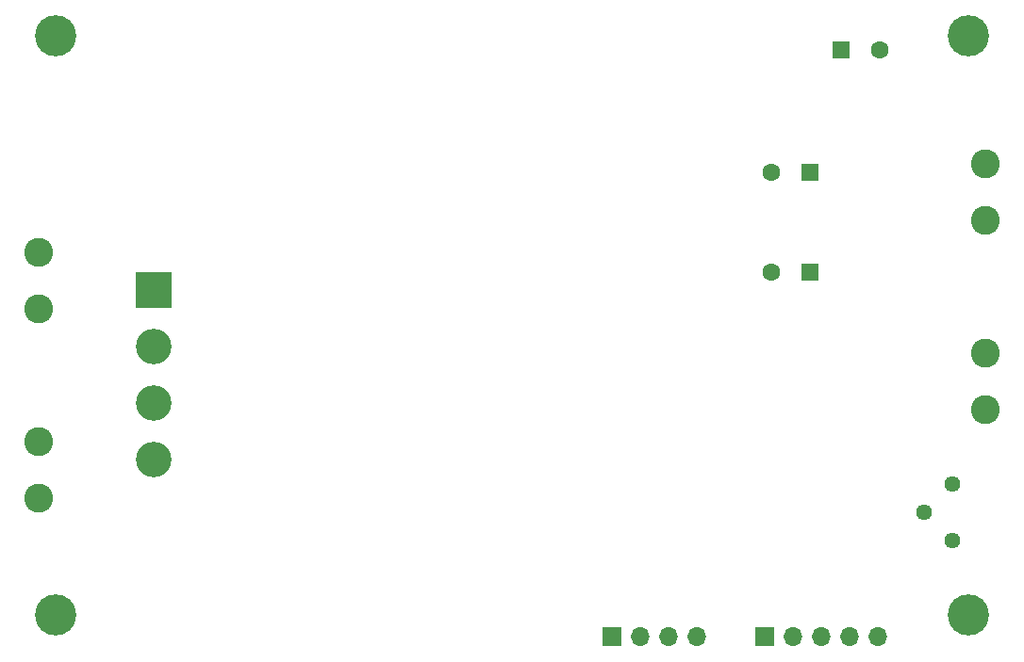
<source format=gbs>
%TF.GenerationSoftware,KiCad,Pcbnew,6.0.8-f2edbf62ab~116~ubuntu20.04.1*%
%TF.CreationDate,2022-10-11T00:42:46-04:00*%
%TF.ProjectId,Linear_PSU_APFC_Pre_Reg,4c696e65-6172-45f5-9053-555f41504643,rev?*%
%TF.SameCoordinates,Original*%
%TF.FileFunction,Soldermask,Bot*%
%TF.FilePolarity,Negative*%
%FSLAX46Y46*%
G04 Gerber Fmt 4.6, Leading zero omitted, Abs format (unit mm)*
G04 Created by KiCad (PCBNEW 6.0.8-f2edbf62ab~116~ubuntu20.04.1) date 2022-10-11 00:42:46*
%MOMM*%
%LPD*%
G01*
G04 APERTURE LIST*
%ADD10R,1.600000X1.600000*%
%ADD11C,1.600000*%
%ADD12R,3.200000X3.200000*%
%ADD13C,3.200000*%
%ADD14R,1.700000X1.700000*%
%ADD15O,1.700000X1.700000*%
%ADD16C,2.600000*%
%ADD17C,3.700000*%
%ADD18C,1.440000*%
G04 APERTURE END LIST*
D10*
%TO.C,C22*%
X134250000Y-67750000D03*
D11*
X130750000Y-67750000D03*
%TD*%
D10*
%TO.C,C20*%
X137000000Y-47750000D03*
D11*
X140500000Y-47750000D03*
%TD*%
D12*
%TO.C,D1*%
X75350000Y-69350000D03*
D13*
X75350000Y-74430000D03*
X75350000Y-79510000D03*
X75350000Y-84590000D03*
%TD*%
D14*
%TO.C,J1*%
X130175000Y-100500000D03*
D15*
X132715000Y-100500000D03*
X135255000Y-100500000D03*
X137795000Y-100500000D03*
X140335000Y-100500000D03*
%TD*%
D10*
%TO.C,C21*%
X134250000Y-58750000D03*
D11*
X130750000Y-58750000D03*
%TD*%
D16*
%TO.C,J6*%
X150000000Y-80040000D03*
X150000000Y-74960000D03*
%TD*%
%TO.C,J5*%
X150000000Y-63040000D03*
X150000000Y-57960000D03*
%TD*%
%TO.C,J2*%
X65000000Y-82960000D03*
X65000000Y-88040000D03*
%TD*%
D17*
%TO.C,H4*%
X66500000Y-98500000D03*
%TD*%
D14*
%TO.C,J4*%
X116500000Y-100500000D03*
D15*
X119040000Y-100500000D03*
X121580000Y-100500000D03*
X124120000Y-100500000D03*
%TD*%
D17*
%TO.C,H1*%
X66500000Y-46500000D03*
%TD*%
D16*
%TO.C,J3*%
X65000000Y-71040000D03*
X65000000Y-65960000D03*
%TD*%
D18*
%TO.C,RV1*%
X146985000Y-86760000D03*
X144445000Y-89300000D03*
X146985000Y-91840000D03*
%TD*%
D17*
%TO.C,H2*%
X148500000Y-46500000D03*
%TD*%
%TO.C,H3*%
X148500000Y-98500000D03*
%TD*%
M02*

</source>
